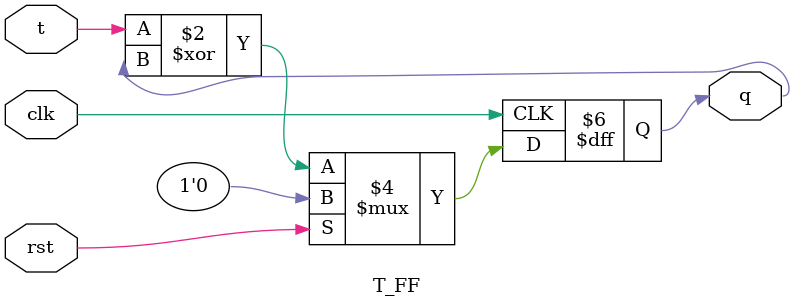
<source format=v>
`timescale 1ns / 1ps

// Author      : Venu Pabbuleti 
// ID          : N180116
//Branch       : ECE
//Project Name : RTL design using Verilog
//Design  Name : T FLIPFLOP
//Module  Name : T_FF
//RGUKT NUZVID 
//////////////////////////////////////////////////////////////////////////////////


module T_FF(clk,rst,t,q);
input clk,rst,t;
output reg q;

always@(posedge clk) begin
    if(rst)
        q<=0;
    else
        q<=t^q;
end
endmodule

</source>
